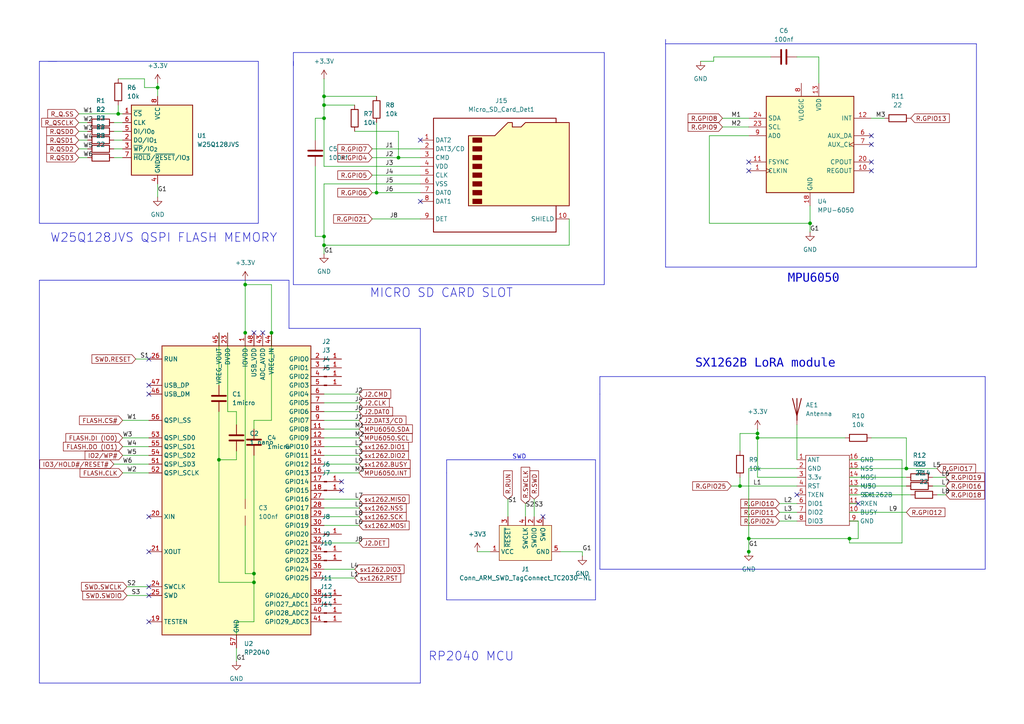
<source format=kicad_sch>
(kicad_sch (version 20250114) (generator "eeschema") (generator_version "9.0")
  (paper "A4")
  (lib_symbols
    (symbol "Connector:Conn_01x01_Pin" (pin_names (offset 1.016) (hide yes))
      (property "Reference" "J" (at 0 2.54 0))
      (property "Value" "Conn_01x01_Pin" (at 0 -2.54 0))
      (symbol "Conn_01x01_Pin_1_1"
        (rectangle (start 0.8636 0.127) (end 0 -0.127) (stroke (width 0.1524)) (fill (type outline)))
        (polyline (pts (xy 1.27 0) (xy 0.8636 0)) (stroke (width 0.1524)))
        (pin passive line (at 5.08 0 180) (length 3.81) (name "Pin_1") (number "1"))
      )
    )
    (symbol "Connector:Conn_ARM_SWD_TagConnect_TC2030-NL" (in_bom no)
      (property "Reference" "J" (at 2.54 11.43 0))
      (property "Value" "Conn_ARM_SWD_TagConnect_TC2030-NL" (at 2.54 8.89 0))
      (symbol "Conn_ARM_SWD_TagConnect_TC2030-NL_0_0"
        (pin power_in line (at -2.54 10.16 270) (length 2.54) (name "VCC") (number "1"))
        (pin power_in line (at -2.54 -10.16 90) (length 2.54) (name "GND") (number "5"))
        (pin open_collector line (at 7.62 5.08 180) (length 2.54) (name "~{RESET}") (number "3"))
        (pin output line (at 7.62 0 180) (length 2.54) (name "SWCLK") (number "4"))
        (pin bidirectional line (at 7.62 -2.54 180) (length 2.54) (name "SWDIO") (number "2"))
        (pin input line (at 7.62 -5.08 180) (length 2.54) (name "SWO") (number "6"))
      )
      (symbol "Conn_ARM_SWD_TagConnect_TC2030-NL_0_1"
        (rectangle (start -5.08 7.62) (end 5.08 -7.62) (fill (type background)))
      )
    )
    (symbol "Connector:Micro_SD_Card_Det1"
      (property "Reference" "J" (at -16.51 17.78 0))
      (property "Value" "Micro_SD_Card_Det1" (at 16.51 17.78 0))
      (symbol "Micro_SD_Card_Det1_0_1"
        (polyline (pts (xy -8.89 -8.89) (xy -8.89 11.43) (xy -1.27 11.43) (xy 2.54 15.24) (xy 3.81 15.24) (xy 3.81 13.97) (xy 6.35 13.97) (xy 7.62 15.24) (xy 20.32 15.24) (xy 20.32 -8.89) (xy -8.89 -8.89)) (stroke (width 0.254)) (fill (type background)))
        (rectangle (start -7.62 10.795) (end -5.08 9.525) (stroke (width 0.254)) (fill (type outline)))
        (rectangle (start -7.62 8.255) (end -5.08 6.985) (stroke (width 0.254)) (fill (type outline)))
        (rectangle (start -7.62 5.715) (end -5.08 4.445) (stroke (width 0.254)) (fill (type outline)))
        (rectangle (start -7.62 3.175) (end -5.08 1.905) (stroke (width 0.254)) (fill (type outline)))
        (rectangle (start -7.62 0.635) (end -5.08 -0.635) (stroke (width 0.254)) (fill (type outline)))
        (rectangle (start -7.62 -1.905) (end -5.08 -3.175) (stroke (width 0.254)) (fill (type outline)))
        (rectangle (start -7.62 -4.445) (end -5.08 -5.715) (stroke (width 0.254)) (fill (type outline)))
        (rectangle (start -7.62 -6.985) (end -5.08 -8.255) (stroke (width 0.254)) (fill (type outline)))
        (polyline (pts (xy 16.51 15.24) (xy 16.51 16.51) (xy -19.05 16.51) (xy -19.05 -16.51) (xy 16.51 -16.51) (xy 16.51 -8.89)) (stroke (width 0.254)))
      )
      (symbol "Micro_SD_Card_Det1_1_1"
        (pin bidirectional line (at -22.86 10.16 0) (length 3.81) (name "DAT2") (number "1"))
        (pin bidirectional line (at -22.86 7.62 0) (length 3.81) (name "DAT3/CD") (number "2"))
        (pin input line (at -22.86 5.08 0) (length 3.81) (name "CMD") (number "3"))
        (pin power_in line (at -22.86 2.54 0) (length 3.81) (name "VDD") (number "4"))
        (pin input line (at -22.86 0 0) (length 3.81) (name "CLK") (number "5"))
        (pin power_in line (at -22.86 -2.54 0) (length 3.81) (name "VSS") (number "6"))
        (pin bidirectional line (at -22.86 -5.08 0) (length 3.81) (name "DAT0") (number "7"))
        (pin bidirectional line (at -22.86 -7.62 0) (length 3.81) (name "DAT1") (number "8"))
        (pin passive line (at -22.86 -12.7 0) (length 3.81) (name "DET") (number "9"))
        (pin passive line (at 20.32 -12.7 180) (length 3.81) (name "SHIELD") (number "10"))
      )
    )
    (symbol "Device:Antenna" (pin_numbers (hide yes)) (pin_names (offset 1.016) (hide yes))
      (property "Reference" "AE" (at -1.905 1.905 0))
      (property "Value" "Antenna" (at -1.905 0 0))
      (symbol "Antenna_0_1"
        (polyline (pts (xy 0 2.54) (xy 0 -3.81)) (stroke (width 0.254)))
        (polyline (pts (xy 1.27 2.54) (xy 0 -2.54) (xy -1.27 2.54)) (stroke (width 0.254)))
      )
      (symbol "Antenna_1_1"
        (pin input line (at 0 -5.08 90) (length 2.54) (name "A") (number "1"))
      )
    )
    (symbol "Device:C" (pin_numbers (hide yes)) (pin_names (offset 0.254))
      (property "Reference" "C" (at 0.635 2.54 0))
      (property "Value" "C" (at 0.635 -2.54 0))
      (symbol "C_0_1"
        (polyline (pts (xy -2.032 0.762) (xy 2.032 0.762)) (stroke (width 0.508)))
        (polyline (pts (xy -2.032 -0.762) (xy 2.032 -0.762)) (stroke (width 0.508)))
      )
      (symbol "C_1_1"
        (pin passive line (at 0 3.81 270) (length 2.794) (name "~") (number "1"))
        (pin passive line (at 0 -3.81 90) (length 2.794) (name "~") (number "2"))
      )
    )
    (symbol "Device:R" (pin_numbers (hide yes)) (pin_names (offset 0))
      (property "Reference" "R" (at 2.032 0 90))
      (property "Value" "R" (at 0 0 90))
      (symbol "R_0_1"
        (rectangle (start -1.016 -2.54) (end 1.016 2.54) (stroke (width 0.254)))
      )
      (symbol "R_1_1"
        (pin passive line (at 0 3.81 270) (length 1.27) (name "~") (number "1"))
        (pin passive line (at 0 -3.81 90) (length 1.27) (name "~") (number "2"))
      )
    )
    (symbol "MCU_RaspberryPi:RP2040"
      (property "Reference" "U" (at 17.78 45.72 0))
      (property "Value" "RP2040" (at 17.78 43.18 0))
      (symbol "RP2040_0_1"
        (rectangle (start -21.59 41.91) (end 21.59 -41.91) (stroke (width 0.254)) (fill (type background)))
      )
      (symbol "RP2040_1_1"
        (pin input line (at -25.4 38.1 0) (length 3.81) (name "RUN") (number "26"))
        (pin bidirectional line (at -25.4 30.48 0) (length 3.81) (name "USB_DP") (number "47"))
        (pin bidirectional line (at -25.4 27.94 0) (length 3.81) (name "USB_DM") (number "46"))
        (pin bidirectional line (at -25.4 20.32 0) (length 3.81) (name "QSPI_SS") (number "56"))
        (pin bidirectional line (at -25.4 15.24 0) (length 3.81) (name "QSPI_SD0") (number "53"))
        (pin bidirectional line (at -25.4 12.7 0) (length 3.81) (name "QSPI_SD1") (number "55"))
        (pin bidirectional line (at -25.4 10.16 0) (length 3.81) (name "QSPI_SD2") (number "54"))
        (pin bidirectional line (at -25.4 7.62 0) (length 3.81) (name "QSPI_SD3") (number "51"))
        (pin output line (at -25.4 5.08 0) (length 3.81) (name "QSPI_SCLK") (number "52"))
        (pin input line (at -25.4 -7.62 0) (length 3.81) (name "XIN") (number "20"))
        (pin passive line (at -25.4 -17.78 0) (length 3.81) (name "XOUT") (number "21"))
        (pin input line (at -25.4 -27.94 0) (length 3.81) (name "SWCLK") (number "24"))
        (pin bidirectional line (at -25.4 -30.48 0) (length 3.81) (name "SWD") (number "25"))
        (pin input line (at -25.4 -38.1 0) (length 3.81) (name "TESTEN") (number "19"))
        (pin power_out line (at -5.08 45.72 270) (length 3.81) (name "VREG_VOUT") (number "45"))
        (pin power_in line (at -2.54 45.72 270) (length 3.81) (name "DVDD") (number "23"))
        (pin passive line (at -2.54 45.72 270) (length 3.81) (hide yes) (name "DVDD") (number "50"))
        (pin power_in line (at 0 -45.72 90) (length 3.81) (name "GND") (number "57"))
        (pin power_in line (at 2.54 45.72 270) (length 3.81) (name "IOVDD") (number "1"))
        (pin passive line (at 2.54 45.72 270) (length 3.81) (hide yes) (name "IOVDD") (number "10"))
        (pin passive line (at 2.54 45.72 270) (length 3.81) (hide yes) (name "IOVDD") (number "22"))
        (pin passive line (at 2.54 45.72 270) (length 3.81) (hide yes) (name "IOVDD") (number "33"))
        (pin passive line (at 2.54 45.72 270) (length 3.81) (hide yes) (name "IOVDD") (number "42"))
        (pin passive line (at 2.54 45.72 270) (length 3.81) (hide yes) (name "IOVDD") (number "49"))
        (pin power_in line (at 5.08 45.72 270) (length 3.81) (name "USB_VDD") (number "48"))
        (pin power_in line (at 7.62 45.72 270) (length 3.81) (name "ADC_AVDD") (number "43"))
        (pin power_in line (at 10.16 45.72 270) (length 3.81) (name "VREG_IN") (number "44"))
        (pin bidirectional line (at 25.4 38.1 180) (length 3.81) (name "GPIO0") (number "2"))
        (pin bidirectional line (at 25.4 35.56 180) (length 3.81) (name "GPIO1") (number "3"))
        (pin bidirectional line (at 25.4 33.02 180) (length 3.81) (name "GPIO2") (number "4"))
        (pin bidirectional line (at 25.4 30.48 180) (length 3.81) (name "GPIO3") (number "5"))
        (pin bidirectional line (at 25.4 27.94 180) (length 3.81) (name "GPIO4") (number "6"))
        (pin bidirectional line (at 25.4 25.4 180) (length 3.81) (name "GPIO5") (number "7"))
        (pin bidirectional line (at 25.4 22.86 180) (length 3.81) (name "GPIO6") (number "8"))
        (pin bidirectional line (at 25.4 20.32 180) (length 3.81) (name "GPIO7") (number "9"))
        (pin bidirectional line (at 25.4 17.78 180) (length 3.81) (name "GPIO8") (number "11"))
        (pin bidirectional line (at 25.4 15.24 180) (length 3.81) (name "GPIO9") (number "12"))
        (pin bidirectional line (at 25.4 12.7 180) (length 3.81) (name "GPIO10") (number "13"))
        (pin bidirectional line (at 25.4 10.16 180) (length 3.81) (name "GPIO11") (number "14"))
        (pin bidirectional line (at 25.4 7.62 180) (length 3.81) (name "GPIO12") (number "15"))
        (pin bidirectional line (at 25.4 5.08 180) (length 3.81) (name "GPIO13") (number "16"))
        (pin bidirectional line (at 25.4 2.54 180) (length 3.81) (name "GPIO14") (number "17"))
        (pin bidirectional line (at 25.4 0 180) (length 3.81) (name "GPIO15") (number "18"))
        (pin bidirectional line (at 25.4 -2.54 180) (length 3.81) (name "GPIO16") (number "27"))
        (pin bidirectional line (at 25.4 -5.08 180) (length 3.81) (name "GPIO17") (number "28"))
        (pin bidirectional line (at 25.4 -7.62 180) (length 3.81) (name "GPIO18") (number "29"))
        (pin bidirectional line (at 25.4 -10.16 180) (length 3.81) (name "GPIO19") (number "30"))
        (pin bidirectional line (at 25.4 -12.7 180) (length 3.81) (name "GPIO20") (number "31"))
        (pin bidirectional line (at 25.4 -15.24 180) (length 3.81) (name "GPIO21") (number "32"))
        (pin bidirectional line (at 25.4 -17.78 180) (length 3.81) (name "GPIO22") (number "34"))
        (pin bidirectional line (at 25.4 -20.32 180) (length 3.81) (name "GPIO23") (number "35"))
        (pin bidirectional line (at 25.4 -22.86 180) (length 3.81) (name "GPIO24") (number "36"))
        (pin bidirectional line (at 25.4 -25.4 180) (length 3.81) (name "GPIO25") (number "37"))
        (pin bidirectional line (at 25.4 -30.48 180) (length 3.81) (name "GPIO26_ADC0") (number "38"))
        (pin bidirectional line (at 25.4 -33.02 180) (length 3.81) (name "GPIO27_ADC1") (number "39"))
        (pin bidirectional line (at 25.4 -35.56 180) (length 3.81) (name "GPIO28_ADC2") (number "40"))
        (pin bidirectional line (at 25.4 -38.1 180) (length 3.81) (name "GPIO29_ADC3") (number "41"))
      )
    )
    (symbol "Memory_Flash:W25Q128JVS"
      (property "Reference" "U" (at -6.35 11.43 0))
      (property "Value" "W25Q128JVS" (at 7.62 11.43 0))
      (symbol "W25Q128JVS_0_1"
        (rectangle (start -7.62 10.16) (end 10.16 -10.16) (stroke (width 0.254)) (fill (type background)))
      )
      (symbol "W25Q128JVS_1_1"
        (pin input line (at -10.16 7.62 0) (length 2.54) (name "~{CS}") (number "1"))
        (pin input line (at -10.16 5.08 0) (length 2.54) (name "CLK") (number "6"))
        (pin bidirectional line (at -10.16 2.54 0) (length 2.54) (name "DI/IO_{0}") (number "5"))
        (pin bidirectional line (at -10.16 0 0) (length 2.54) (name "DO/IO_{1}") (number "2"))
        (pin bidirectional line (at -10.16 -2.54 0) (length 2.54) (name "~{WP}/IO_{2}") (number "3"))
        (pin bidirectional line (at -10.16 -5.08 0) (length 2.54) (name "~{HOLD}/~{RESET}/IO_{3}") (number "7"))
        (pin power_in line (at 0 12.7 270) (length 2.54) (name "VCC") (number "8"))
        (pin power_in line (at 0 -12.7 90) (length 2.54) (name "GND") (number "4"))
      )
    )
    (symbol "Sensor_Motion:MPU-6050"
      (property "Reference" "U" (at -11.43 13.97 0))
      (property "Value" "MPU-6050" (at 7.62 -15.24 0))
      (symbol "MPU-6050_0_1"
        (rectangle (start -12.7 13.97) (end 12.7 -13.97) (stroke (width 0.254)) (fill (type background)))
      )
      (symbol "MPU-6050_1_1"
        (pin bidirectional line (at -17.78 7.62 0) (length 5.08) (name "SDA") (number "24"))
        (pin input line (at -17.78 5.08 0) (length 5.08) (name "SCL") (number "23"))
        (pin input line (at -17.78 2.54 0) (length 5.08) (name "AD0") (number "9"))
        (pin input line (at -17.78 -5.08 0) (length 5.08) (name "FSYNC") (number "11"))
        (pin input clock (at -17.78 -7.62 0) (length 5.08) (name "CLKIN") (number "1"))
        (pin no_connect line (at -12.7 12.7 0) (length 2.54) (hide yes) (name "NC") (number "2"))
        (pin no_connect line (at -12.7 10.16 0) (length 2.54) (hide yes) (name "NC") (number "3"))
        (pin no_connect line (at -12.7 0 0) (length 2.54) (hide yes) (name "NC") (number "4"))
        (pin no_connect line (at -12.7 -2.54 0) (length 2.54) (hide yes) (name "NC") (number "5"))
        (pin no_connect line (at -12.7 -10.16 0) (length 2.54) (hide yes) (name "NC") (number "14"))
        (pin power_in line (at -2.54 17.78 270) (length 3.81) (name "VLOGIC") (number "8"))
        (pin power_in line (at 0 -17.78 90) (length 3.81) (name "GND") (number "18"))
        (pin power_in line (at 2.54 17.78 270) (length 3.81) (name "VDD") (number "13"))
        (pin no_connect line (at 12.7 12.7 180) (length 2.54) (hide yes) (name "NC") (number "15"))
        (pin no_connect line (at 12.7 10.16 180) (length 2.54) (hide yes) (name "NC") (number "16"))
        (pin no_connect line (at 12.7 5.08 180) (length 2.54) (hide yes) (name "NC") (number "17"))
        (pin no_connect line (at 12.7 -2.54 180) (length 2.54) (hide yes) (name "RESV") (number "21"))
        (pin no_connect line (at 12.7 -10.16 180) (length 2.54) (hide yes) (name "RESV") (number "19"))
        (pin no_connect line (at 12.7 -12.7 180) (length 2.54) (hide yes) (name "RESV") (number "22"))
        (pin output line (at 17.78 7.62 180) (length 5.08) (name "INT") (number "12"))
        (pin bidirectional line (at 17.78 2.54 180) (length 5.08) (name "AUX_DA") (number "6"))
        (pin output clock (at 17.78 0 180) (length 5.08) (name "AUX_CL") (number "7"))
        (pin passive line (at 17.78 -5.08 180) (length 5.08) (name "CPOUT") (number "20"))
        (pin passive line (at 17.78 -7.62 180) (length 5.08) (name "REGOUT") (number "10"))
      )
    )
    (symbol "power:+3.3V" (power) (pin_numbers (hide yes)) (pin_names (offset 0) (hide yes))
      (property "Value" "+3.3V" (at 0 3.556 0))
      (symbol "+3.3V_0_1"
        (polyline (pts (xy -0.762 1.27) (xy 0 2.54)))
        (polyline (pts (xy 0 2.54) (xy 0.762 1.27)))
        (polyline (pts (xy 0 0) (xy 0 2.54)))
      )
      (symbol "+3.3V_1_1"
        (pin power_in line (at 0 0 90) (length 0) (name "~") (number "1"))
      )
    )
    (symbol "power:+3V3" (power) (pin_numbers (hide yes)) (pin_names (offset 0) (hide yes))
      (property "Value" "+3V3" (at 0 3.556 0))
      (symbol "+3V3_0_1"
        (polyline (pts (xy -0.762 1.27) (xy 0 2.54)))
        (polyline (pts (xy 0 2.54) (xy 0.762 1.27)))
        (polyline (pts (xy 0 0) (xy 0 2.54)))
      )
      (symbol "+3V3_1_1"
        (pin power_in line (at 0 0 90) (length 0) (name "~") (number "1"))
      )
    )
    (symbol "power:GND" (power) (pin_numbers (hide yes)) (pin_names (offset 0) (hide yes))
      (property "Value" "GND" (at 0 -3.81 0))
      (symbol "GND_0_1"
        (polyline (pts (xy 0 0) (xy 0 -1.27) (xy 1.27 -1.27) (xy 0 -2.54) (xy -1.27 -1.27) (xy 0 -1.27)))
      )
      (symbol "GND_1_1"
        (pin power_in line (at 0 0 270) (length 0) (name "~") (number "1"))
      )
    )
    (symbol "sx1262B:SX1262B"
      (property "Reference" "U" (at 0 0 0))
      (property "Value" "SX1262B" (at 0 0 0))
      (symbol "SX1262B_1_1"
        (rectangle (start 0 0) (end 12.7 -20.32))
        (pin output line (at -2.54 -1.27 0) (length 2.54) (name "ANT") (number "1"))
        (pin bidirectional line (at -2.54 -3.81 0) (length 2.54) (name "GND") (number "2"))
        (pin power_in line (at -2.54 -6.35 0) (length 2.54) (name "3.3v") (number "3"))
        (pin input line (at -2.54 -8.89 0) (length 2.54) (name "RST") (number "4"))
        (pin input line (at -2.54 -11.43 0) (length 2.54) (name "TXEN") (number "5"))
        (pin bidirectional line (at -2.54 -13.97 0) (length 2.54) (name "DIO1") (number "6"))
        (pin bidirectional line (at -2.54 -16.51 0) (length 2.54) (name "DIO2") (number "7"))
        (pin bidirectional line (at -2.54 -19.05 0) (length 2.54) (name "DIO3") (number "8"))
        (pin bidirectional line (at 12.7 -1.27 0) (length 2.54) (name "GND") (number "16"))
        (pin input line (at 12.7 -3.81 0) (length 2.54) (name "NSS") (number "15"))
        (pin input line (at 12.7 -6.35 0) (length 2.54) (name "MOSI") (number "14"))
        (pin output line (at 12.7 -8.89 0) (length 2.54) (name "MISO") (number "13"))
        (pin input line (at 12.7 -11.43 0) (length 2.54) (name "SCK") (number "12"))
        (pin input line (at 12.7 -13.97 0) (length 2.54) (name "RXEN") (number "11"))
        (pin output line (at 12.7 -16.51 0) (length 2.54) (name "BUSY") (number "10"))
        (pin bidirectional line (at 12.7 -19.05 0) (length 2.54) (name "GND") (number "9"))
      )
    )
  )
  (text "MICRO SD CARD SLOT" (at 128.016 85.09 0) (effects (font (size 2.54 2.54))))
  (text "W25Q128JVS QSPI FLASH MEMORY\n" (at 47.498 69.088 0) (effects (font (size 2.54 2.54))))
  (text "SWD" (at 150.622 132.588 0) (effects (font (size 1.27 1.27))))
  (text "SX1262B LoRA module" (at 221.996 106.172 0) (effects (font (size 2.54 2.54))))
  (text "RP2040 MCU" (at 136.652 190.5 0) (effects (font (size 2.54 2.54))))
  (text "MPU6050\n" (at 235.966 81.534 0) (effects (font (size 2.54 2.54))))
  (junction (at 217.17 156.21))
  (junction (at 45.72 25.4))
  (junction (at 93.98 71.12))
  (junction (at 93.98 30.48))
  (junction (at 73.66 166.37))
  (junction (at 219.71 127))
  (junction (at 34.29 33.02))
  (junction (at 219.71 125.73))
  (junction (at 93.98 34.29))
  (junction (at 214.63 140.97))
  (junction (at 93.98 27.94))
  (junction (at 71.12 82.55))
  (junction (at 73.66 168.91))
  (junction (at 217.17 160.02))
  (junction (at 93.98 68.58))
  (junction (at 262.89 135.89))
  (junction (at 63.5 133.35))
  (junction (at 71.12 96.52))
  (junction (at 78.74 96.52))
  (junction (at 115.57 45.72))
  (junction (at 109.22 55.88))
  (junction (at 246.38 156.21))
  (junction (at 234.95 64.77))
  (no_connect (at 76.2 96.52))
  (no_connect (at 43.18 160.02))
  (no_connect (at 43.18 111.76))
  (no_connect (at 157.48 149.86))
  (no_connect (at 252.73 46.99))
  (no_connect (at 231.14 143.51))
  (no_connect (at 252.73 39.37))
  (no_connect (at 217.17 49.53))
  (no_connect (at 121.92 40.64))
  (no_connect (at 43.18 104.14))
  (no_connect (at 252.73 41.91))
  (no_connect (at 252.73 49.53))
  (no_connect (at 73.66 96.52))
  (no_connect (at 43.18 172.72))
  (no_connect (at 43.18 114.3))
  (no_connect (at 99.06 142.24))
  (no_connect (at 43.18 180.34))
  (no_connect (at 121.92 58.42))
  (no_connect (at 217.17 46.99))
  (no_connect (at 43.18 149.86))
  (no_connect (at 43.18 170.18))
  (no_connect (at 99.06 139.7))
  (no_connect (at 248.92 146.05))
  (wire (pts (xy 217.17 135.89) (xy 217.17 156.21)))
  (wire (pts (xy 205.74 64.77) (xy 234.95 64.77)))
  (wire (pts (xy 22.86 35.56) (xy 25.4 35.56)))
  (wire (pts (xy 63.5 168.91) (xy 73.66 168.91)))
  (wire (pts (xy 71.12 166.37) (xy 73.66 166.37)))
  (polyline (pts (xy 172.72 173.99) (xy 172.72 133.35)))
  (wire (pts (xy 214.63 140.97) (xy 231.14 140.97)))
  (wire (pts (xy 93.98 124.46) (xy 104.14 124.46)))
  (wire (pts (xy 63.5 119.38) (xy 63.5 133.35)))
  (wire (pts (xy 45.72 25.4) (xy 45.72 27.94)))
  (wire (pts (xy 45.72 24.13) (xy 45.72 25.4)))
  (wire (pts (xy 33.02 38.1) (xy 35.56 38.1)))
  (polyline (pts (xy 83.82 95.25) (xy 121.92 95.25)))
  (wire (pts (xy 34.29 33.02) (xy 35.56 33.02)))
  (wire (pts (xy 71.12 81.28) (xy 71.12 82.55)))
  (wire (pts (xy 71.12 152.4) (xy 71.12 166.37)))
  (wire (pts (xy 93.98 157.48) (xy 104.14 157.48)))
  (wire (pts (xy 107.95 45.72) (xy 115.57 45.72)))
  (wire (pts (xy 246.38 140.97) (xy 262.89 140.97)))
  (wire (pts (xy 41.91 22.86) (xy 41.91 25.4)))
  (wire (pts (xy 93.98 27.94) (xy 109.22 27.94)))
  (wire (pts (xy 162.56 160.02) (xy 168.91 160.02)))
  (wire (pts (xy 261.62 157.48) (xy 246.38 157.48)))
  (wire (pts (xy 73.66 121.92) (xy 73.66 124.46)))
  (wire (pts (xy 71.12 96.52) (xy 71.12 144.78)))
  (wire (pts (xy 219.71 124.46) (xy 219.71 125.73)))
  (polyline (pts (xy 85.09 82.55) (xy 175.26 82.55)))
  (wire (pts (xy 262.89 135.89) (xy 262.89 127)))
  (wire (pts (xy 226.06 148.59) (xy 231.14 148.59)))
  (wire (pts (xy 214.63 125.73) (xy 219.71 125.73)))
  (wire (pts (xy 33.02 43.18) (xy 35.56 43.18)))
  (wire (pts (xy 252.73 127) (xy 262.89 127)))
  (wire (pts (xy 234.95 64.77) (xy 234.95 67.31)))
  (polyline (pts (xy 11.43 17.78) (xy 16.51 17.78)))
  (wire (pts (xy 45.72 53.34) (xy 45.72 57.15)))
  (wire (pts (xy 252.73 34.29) (xy 256.54 34.29)))
  (wire (pts (xy 207.01 17.78) (xy 203.2 17.78)))
  (wire (pts (xy 93.98 144.78) (xy 104.14 144.78)))
  (wire (pts (xy 231.14 123.19) (xy 231.14 133.35)))
  (wire (pts (xy 214.63 138.43) (xy 214.63 140.97)))
  (wire (pts (xy 66.04 119.38) (xy 68.58 119.38)))
  (wire (pts (xy 93.98 149.86) (xy 104.14 149.86)))
  (polyline (pts (xy 173.99 109.22) (xy 173.99 114.3)))
  (wire (pts (xy 93.98 119.38) (xy 104.14 119.38)))
  (wire (pts (xy 73.66 121.92) (xy 78.74 121.92)))
  (wire (pts (xy 246.38 151.13) (xy 248.92 151.13)))
  (wire (pts (xy 219.71 125.73) (xy 219.71 127)))
  (wire (pts (xy 22.86 38.1) (xy 25.4 38.1)))
  (wire (pts (xy 93.98 165.1) (xy 102.87 165.1)))
  (wire (pts (xy 34.29 30.48) (xy 34.29 33.02)))
  (wire (pts (xy 107.95 55.88) (xy 109.22 55.88)))
  (wire (pts (xy 138.43 160.02) (xy 142.24 160.02)))
  (polyline (pts (xy 11.43 81.28) (xy 13.97 81.28)))
  (wire (pts (xy 214.63 130.81) (xy 214.63 125.73)))
  (polyline (pts (xy 13.97 17.78) (xy 74.93 17.78)))
  (polyline (pts (xy 193.04 11.43) (xy 193.04 12.7)))
  (polyline (pts (xy 175.26 15.24) (xy 85.09 15.24)))
  (wire (pts (xy 107.95 43.18) (xy 121.92 43.18)))
  (wire (pts (xy 93.98 53.34) (xy 93.98 68.58)))
  (wire (pts (xy 35.56 129.54) (xy 43.18 129.54)))
  (wire (pts (xy 246.38 133.35) (xy 261.62 133.35)))
  (wire (pts (xy 115.57 45.72) (xy 121.92 45.72)))
  (polyline (pts (xy 173.99 114.3) (xy 173.99 165.1)))
  (wire (pts (xy 66.04 96.52) (xy 66.04 119.38)))
  (wire (pts (xy 93.98 132.08) (xy 104.14 132.08)))
  (wire (pts (xy 93.98 152.4) (xy 104.14 152.4)))
  (wire (pts (xy 39.37 104.14) (xy 43.18 104.14)))
  (wire (pts (xy 33.02 35.56) (xy 35.56 35.56)))
  (wire (pts (xy 33.02 45.72) (xy 35.56 45.72)))
  (wire (pts (xy 93.98 22.86) (xy 93.98 27.94)))
  (wire (pts (xy 73.66 168.91) (xy 73.66 180.34)))
  (wire (pts (xy 246.38 138.43) (xy 262.89 138.43)))
  (polyline (pts (xy 193.04 12.7) (xy 193.04 77.47)))
  (wire (pts (xy 248.92 151.13) (xy 248.92 156.21)))
  (wire (pts (xy 271.78 143.51) (xy 274.32 143.51)))
  (wire (pts (xy 93.98 34.29) (xy 93.98 48.26)))
  (wire (pts (xy 63.5 96.52) (xy 63.5 111.76)))
  (wire (pts (xy 121.92 53.34) (xy 93.98 53.34)))
  (wire (pts (xy 22.86 45.72) (xy 25.4 45.72)))
  (wire (pts (xy 22.86 43.18) (xy 25.4 43.18)))
  (wire (pts (xy 262.89 135.89) (xy 271.78 135.89)))
  (wire (pts (xy 35.56 132.08) (xy 43.18 132.08)))
  (wire (pts (xy 68.58 119.38) (xy 68.58 123.19)))
  (wire (pts (xy 121.92 48.26) (xy 93.98 48.26)))
  (wire (pts (xy 41.91 25.4) (xy 45.72 25.4)))
  (polyline (pts (xy 85.09 15.24) (xy 85.09 19.05)))
  (wire (pts (xy 109.22 35.56) (xy 109.22 55.88)))
  (wire (pts (xy 246.38 156.21) (xy 248.92 156.21)))
  (wire (pts (xy 219.71 138.43) (xy 231.14 138.43)))
  (wire (pts (xy 165.1 63.5) (xy 165.1 71.12)))
  (wire (pts (xy 33.02 40.64) (xy 35.56 40.64)))
  (wire (pts (xy 78.74 82.55) (xy 71.12 82.55)))
  (wire (pts (xy 91.44 34.29) (xy 91.44 40.64)))
  (polyline (pts (xy 285.75 165.1) (xy 285.75 109.22)))
  (polyline (pts (xy 172.72 133.35) (xy 129.54 133.35)))
  (polyline (pts (xy 13.97 81.28) (xy 83.82 81.28)))
  (wire (pts (xy 68.58 187.96) (xy 68.58 191.77)))
  (wire (pts (xy 209.55 34.29) (xy 217.17 34.29)))
  (wire (pts (xy 36.83 170.18) (xy 43.18 170.18)))
  (wire (pts (xy 93.98 30.48) (xy 102.87 30.48)))
  (wire (pts (xy 246.38 143.51) (xy 264.16 143.51)))
  (polyline (pts (xy 11.43 198.12) (xy 11.43 81.28)))
  (wire (pts (xy 93.98 121.92) (xy 104.14 121.92)))
  (polyline (pts (xy 74.93 64.77) (xy 11.43 64.77)))
  (wire (pts (xy 93.98 127) (xy 104.14 127)))
  (polyline (pts (xy 129.54 137.16) (xy 129.54 173.99)))
  (wire (pts (xy 71.12 82.55) (xy 71.12 96.52)))
  (wire (pts (xy 22.86 33.02) (xy 34.29 33.02)))
  (wire (pts (xy 217.17 160.02) (xy 217.17 161.29)))
  (wire (pts (xy 93.98 129.54) (xy 104.14 129.54)))
  (wire (pts (xy 107.95 63.5) (xy 121.92 63.5)))
  (wire (pts (xy 93.98 30.48) (xy 93.98 34.29)))
  (wire (pts (xy 93.98 27.94) (xy 93.98 30.48)))
  (wire (pts (xy 115.57 45.72) (xy 115.57 38.1)))
  (wire (pts (xy 93.98 71.12) (xy 93.98 73.66)))
  (wire (pts (xy 34.29 22.86) (xy 41.91 22.86)))
  (wire (pts (xy 152.4 146.05) (xy 152.4 149.86)))
  (wire (pts (xy 270.51 140.97) (xy 274.32 140.97)))
  (wire (pts (xy 147.32 144.78) (xy 147.32 149.86)))
  (wire (pts (xy 33.02 134.62) (xy 43.18 134.62)))
  (wire (pts (xy 246.38 146.05) (xy 248.92 146.05)))
  (wire (pts (xy 226.06 146.05) (xy 231.14 146.05)))
  (wire (pts (xy 154.94 144.78) (xy 154.94 149.86)))
  (wire (pts (xy 261.62 133.35) (xy 261.62 157.48)))
  (wire (pts (xy 73.66 180.34) (xy 68.58 180.34)))
  (wire (pts (xy 68.58 133.35) (xy 63.5 133.35)))
  (wire (pts (xy 165.1 71.12) (xy 93.98 71.12)))
  (wire (pts (xy 168.91 160.02) (xy 168.91 161.29)))
  (polyline (pts (xy 283.21 12.7) (xy 193.04 12.7)))
  (polyline (pts (xy 173.99 165.1) (xy 285.75 165.1)))
  (wire (pts (xy 91.44 48.26) (xy 91.44 68.58)))
  (polyline (pts (xy 121.92 198.12) (xy 11.43 198.12)))
  (wire (pts (xy 270.51 138.43) (xy 274.32 138.43)))
  (polyline (pts (xy 175.26 82.55) (xy 175.26 15.24)))
  (wire (pts (xy 22.86 40.64) (xy 25.4 40.64)))
  (wire (pts (xy 246.38 156.21) (xy 246.38 157.48)))
  (wire (pts (xy 35.56 137.16) (xy 43.18 137.16)))
  (wire (pts (xy 35.56 127) (xy 43.18 127)))
  (wire (pts (xy 209.55 36.83) (xy 217.17 36.83)))
  (wire (pts (xy 237.49 24.13) (xy 237.49 16.51)))
  (polyline (pts (xy 74.93 17.78) (xy 74.93 64.77)))
  (wire (pts (xy 93.98 116.84) (xy 104.14 116.84)))
  (wire (pts (xy 63.5 133.35) (xy 63.5 168.91)))
  (wire (pts (xy 226.06 151.13) (xy 231.14 151.13)))
  (wire (pts (xy 78.74 96.52) (xy 78.74 121.92)))
  (polyline (pts (xy 83.82 81.28) (xy 83.82 95.25)))
  (wire (pts (xy 78.74 82.55) (xy 78.74 96.52)))
  (wire (pts (xy 212.09 140.97) (xy 214.63 140.97)))
  (polyline (pts (xy 11.43 64.77) (xy 11.43 17.78)))
  (wire (pts (xy 217.17 156.21) (xy 246.38 156.21)))
  (polyline (pts (xy 285.75 109.22) (xy 173.99 109.22)))
  (polyline (pts (xy 129.54 173.99) (xy 172.72 173.99)))
  (polyline (pts (xy 129.54 133.35) (xy 129.54 137.16)))
  (wire (pts (xy 93.98 114.3) (xy 104.14 114.3)))
  (wire (pts (xy 93.98 134.62) (xy 104.14 134.62)))
  (polyline (pts (xy 121.92 95.25) (xy 121.92 198.12)))
  (wire (pts (xy 231.14 16.51) (xy 237.49 16.51)))
  (wire (pts (xy 231.14 135.89) (xy 217.17 135.89)))
  (wire (pts (xy 219.71 127) (xy 219.71 138.43)))
  (wire (pts (xy 109.22 55.88) (xy 121.92 55.88)))
  (wire (pts (xy 115.57 38.1) (xy 102.87 38.1)))
  (wire (pts (xy 217.17 39.37) (xy 205.74 39.37)))
  (wire (pts (xy 107.95 50.8) (xy 121.92 50.8)))
  (wire (pts (xy 68.58 130.81) (xy 68.58 133.35)))
  (polyline (pts (xy 283.21 77.47) (xy 283.21 12.7)))
  (wire (pts (xy 93.98 137.16) (xy 104.14 137.16)))
  (wire (pts (xy 207.01 16.51) (xy 207.01 17.78)))
  (wire (pts (xy 91.44 68.58) (xy 93.98 68.58)))
  (wire (pts (xy 35.56 121.92) (xy 43.18 121.92)))
  (wire (pts (xy 246.38 135.89) (xy 262.89 135.89)))
  (wire (pts (xy 219.71 127) (xy 245.11 127)))
  (wire (pts (xy 73.66 166.37) (xy 73.66 168.91)))
  (wire (pts (xy 68.58 180.34) (xy 68.58 184.15)))
  (wire (pts (xy 93.98 167.64) (xy 102.87 167.64)))
  (wire (pts (xy 205.74 39.37) (xy 205.74 64.77)))
  (wire (pts (xy 73.66 132.08) (xy 73.66 166.37)))
  (wire (pts (xy 93.98 68.58) (xy 93.98 71.12)))
  (wire (pts (xy 223.52 16.51) (xy 207.01 16.51)))
  (polyline (pts (xy 85.09 17.78) (xy 85.09 82.55)))
  (wire (pts (xy 234.95 59.69) (xy 234.95 64.77)))
  (polyline (pts (xy 193.04 77.47) (xy 283.21 77.47)))
  (wire (pts (xy 93.98 34.29) (xy 91.44 34.29)))
  (wire (pts (xy 217.17 156.21) (xy 217.17 160.02)))
  (wire (pts (xy 36.83 172.72) (xy 43.18 172.72)))
  (wire (pts (xy 246.38 148.59) (xy 262.89 148.59)))
  (wire (pts (xy 93.98 147.32) (xy 104.14 147.32)))
  (label "L5" (at 102.87 147.32 0))
  (label "G1" (at 217.17 158.75 0))
  (label "J6" (at 111.76 55.88 0))
  (label "L2" (at 102.87 129.54 0))
  (label "G1" (at 68.58 191.77 0))
  (label "M1" (at 212.09 34.29 0))
  (label "W3" (at 24.13 38.1 0))
  (label "S1" (at 40.64 104.14 0))
  (label "J8" (at 113.03 63.5 0))
  (label "L4" (at 101.6 165.1 0))
  (label "W5" (at 36.83 132.08 0))
  (label "W6" (at 24.13 45.72 0))
  (label "W1" (at 24.13 33.02 0))
  (label "S2" (at 152.4 147.32 0))
  (label "W1" (at 36.83 121.92 0))
  (label "M1" (at 102.87 124.46 0))
  (label "L7" (at 102.87 144.78 0))
  (label "L6" (at 102.87 152.4 0))
  (label "W6" (at 35.56 134.62 0))
  (label "W2" (at 24.13 35.56 0))
  (label "L1" (at 218.44 140.97 0))
  (label "L1" (at 101.6 167.64 0))
  (label "G1" (at 45.72 55.88 0))
  (label "J4" (at 111.76 50.8 0))
  (label "M3" (at 102.87 137.16 0))
  (label "J2" (at 111.76 45.72 0))
  (label "L4" (at 227.33 151.13 0))
  (label "G1" (at 168.91 160.02 0))
  (label "J2" (at 102.87 114.3 0))
  (label "J1" (at 102.87 121.92 0))
  (label "S1" (at 147.32 146.05 0))
  (label "S3" (at 38.1 172.72 0))
  (label "W4" (at 24.13 40.64 0))
  (label "L3" (at 227.33 148.59 0))
  (label "J1" (at 111.76 43.18 0))
  (label "M3" (at 254 34.29 0))
  (label "L2" (at 227.33 146.05 0))
  (label "L6" (at 273.05 138.43 0))
  (label "J3" (at 111.76 48.26 0))
  (label "J5" (at 111.76 53.34 0))
  (label "M2" (at 102.87 127 0))
  (label "W5" (at 24.13 43.18 0))
  (label "W4" (at 36.83 129.54 0))
  (label "M2" (at 212.09 36.83 0))
  (label "L5" (at 270.51 135.89 0))
  (label "S2" (at 36.83 170.18 0))
  (label "L8" (at 102.87 149.86 0))
  (label "W2" (at 36.83 137.16 0))
  (label "L8" (at 273.05 143.51 0))
  (label "W3" (at 35.56 127 0))
  (label "L3" (at 102.87 132.08 0))
  (label "G1" (at 93.98 73.66 0))
  (label "J6" (at 102.87 119.38 0))
  (label "L9" (at 102.87 134.62 0))
  (label "S3" (at 154.94 147.32 0))
  (label "L7" (at 273.05 140.97 0))
  (label "J8" (at 102.87 157.48 0))
  (label "G1" (at 234.95 67.31 0))
  (label "L9" (at 257.81 148.59 0))
  (label "J4" (at 102.87 116.84 0))
  (global_label "R.GPIO16" (shape input) (at 274.32 140.97 0) (property "Intersheetrefs" "${INTERSHEET_REFS}" (effects (hide yes))))
  (global_label "R.GPIO11" (shape input) (at 226.06 148.59 180) (property "Intersheetrefs" "${INTERSHEET_REFS}" (effects (hide yes))))
  (global_label "sx1262.MOSI" (shape input) (at 104.14 152.4 0) (property "Intersheetrefs" "${INTERSHEET_REFS}" (effects (hide yes))))
  (global_label "J2.CLK" (shape input) (at 104.14 116.84 0) (property "Intersheetrefs" "${INTERSHEET_REFS}" (effects (hide yes))))
  (global_label "MPU6050.INT" (shape input) (at 104.14 137.16 0) (property "Intersheetrefs" "${INTERSHEET_REFS}" (effects (hide yes))))
  (global_label "R.QSD1" (shape input) (at 22.86 40.64 180) (property "Intersheetrefs" "${INTERSHEET_REFS}" (effects (hide yes))))
  (global_label "sx1262.RST" (shape input) (at 102.87 167.64 0) (property "Intersheetrefs" "${INTERSHEET_REFS}" (effects (hide yes))))
  (global_label "R.GPIO12" (shape input) (at 262.89 148.59 0) (property "Intersheetrefs" "${INTERSHEET_REFS}" (effects (hide yes))))
  (global_label "R.QSD0" (shape input) (at 22.86 38.1 180) (property "Intersheetrefs" "${INTERSHEET_REFS}" (effects (hide yes))))
  (global_label "FLASH.DI (IO0)" (shape input) (at 35.56 127 180) (property "Intersheetrefs" "${INTERSHEET_REFS}" (effects (hide yes))))
  (global_label "sx1262.DIO2" (shape input) (at 104.14 132.08 0) (property "Intersheetrefs" "${INTERSHEET_REFS}" (effects (hide yes))))
  (global_label "MPU6050.SDA" (shape input) (at 104.14 124.46 0) (property "Intersheetrefs" "${INTERSHEET_REFS}" (effects (hide yes))))
  (global_label "R.RUN" (shape input) (at 147.32 144.78 90) (property "Intersheetrefs" "${INTERSHEET_REFS}" (effects (hide yes))))
  (global_label "IO3{slash}HOLD#{slash}RESET#" (shape input) (at 33.02 134.62 180) (property "Intersheetrefs" "${INTERSHEET_REFS}" (effects (hide yes))))
  (global_label "FLASH.CS#" (shape input) (at 35.56 121.92 180) (property "Intersheetrefs" "${INTERSHEET_REFS}" (effects (hide yes))))
  (global_label "sx1262.MISO" (shape input) (at 104.14 144.78 0) (property "Intersheetrefs" "${INTERSHEET_REFS}" (effects (hide yes))))
  (global_label "J2.DAT3{slash}CD" (shape input) (at 104.14 121.92 0) (property "Intersheetrefs" "${INTERSHEET_REFS}" (effects (hide yes))))
  (global_label "R.GPIO7" (shape input) (at 107.95 43.18 180) (property "Intersheetrefs" "${INTERSHEET_REFS}" (effects (hide yes))))
  (global_label "R.GPIO4" (shape input) (at 107.95 45.72 180) (property "Intersheetrefs" "${INTERSHEET_REFS}" (effects (hide yes))))
  (global_label "sx1262.SCK" (shape input) (at 104.14 149.86 0) (property "Intersheetrefs" "${INTERSHEET_REFS}" (effects (hide yes))))
  (global_label "MPU6050.SCL" (shape input) (at 104.14 127 0) (property "Intersheetrefs" "${INTERSHEET_REFS}" (effects (hide yes))))
  (global_label "R.SWCLK" (shape input) (at 152.4 146.05 90) (property "Intersheetrefs" "${INTERSHEET_REFS}" (effects (hide yes))))
  (global_label "R_Q.SS" (shape input) (at 22.86 33.02 180) (property "Intersheetrefs" "${INTERSHEET_REFS}" (effects (hide yes))))
  (global_label "R.SWD" (shape input) (at 154.94 144.78 90) (property "Intersheetrefs" "${INTERSHEET_REFS}" (effects (hide yes))))
  (global_label "R.GPIO13" (shape input) (at 264.16 34.29 0) (property "Intersheetrefs" "${INTERSHEET_REFS}" (effects (hide yes))))
  (global_label "R.QSD2" (shape input) (at 22.86 43.18 180) (property "Intersheetrefs" "${INTERSHEET_REFS}" (effects (hide yes))))
  (global_label "R.GPIO8" (shape input) (at 209.55 34.29 180) (property "Intersheetrefs" "${INTERSHEET_REFS}" (effects (hide yes))))
  (global_label "R.GPIO19" (shape input) (at 274.32 138.43 0) (property "Intersheetrefs" "${INTERSHEET_REFS}" (effects (hide yes))))
  (global_label "J2.DAT0" (shape input) (at 104.14 119.38 0) (property "Intersheetrefs" "${INTERSHEET_REFS}" (effects (hide yes))))
  (global_label "R.GPIO25" (shape input) (at 212.09 140.97 180) (property "Intersheetrefs" "${INTERSHEET_REFS}" (effects (hide yes))))
  (global_label "SWD.SWCLK" (shape input) (at 36.83 170.18 180) (property "Intersheetrefs" "${INTERSHEET_REFS}" (effects (hide yes))))
  (global_label "R.GPIO5" (shape input) (at 107.95 50.8 180) (property "Intersheetrefs" "${INTERSHEET_REFS}" (effects (hide yes))))
  (global_label "R.GPIO10" (shape input) (at 226.06 146.05 180) (property "Intersheetrefs" "${INTERSHEET_REFS}" (effects (hide yes))))
  (global_label "R.QSD3" (shape input) (at 22.86 45.72 180) (property "Intersheetrefs" "${INTERSHEET_REFS}" (effects (hide yes))))
  (global_label "FLASH.CLK" (shape input) (at 35.56 137.16 180) (property "Intersheetrefs" "${INTERSHEET_REFS}" (effects (hide yes))))
  (global_label "SWD.RESET" (shape input) (at 39.37 104.14 180) (property "Intersheetrefs" "${INTERSHEET_REFS}" (effects (hide yes))))
  (global_label "R.GPIO24" (shape input) (at 226.06 151.13 180) (property "Intersheetrefs" "${INTERSHEET_REFS}" (effects (hide yes))))
  (global_label "R.GPIO9" (shape input) (at 209.55 36.83 180) (property "Intersheetrefs" "${INTERSHEET_REFS}" (effects (hide yes))))
  (global_label "sx1262.BUSY" (shape input) (at 104.14 134.62 0) (property "Intersheetrefs" "${INTERSHEET_REFS}" (effects (hide yes))))
  (global_label "R.GPIO18" (shape input) (at 274.32 143.51 0) (property "Intersheetrefs" "${INTERSHEET_REFS}" (effects (hide yes))))
  (global_label "J2.CMD" (shape input) (at 104.14 114.3 0) (property "Intersheetrefs" "${INTERSHEET_REFS}" (effects (hide yes))))
  (global_label "IO2{slash}WP#" (shape input) (at 35.56 132.08 180) (property "Intersheetrefs" "${INTERSHEET_REFS}" (effects (hide yes))))
  (global_label "J2.DET" (shape input) (at 104.14 157.48 0) (property "Intersheetrefs" "${INTERSHEET_REFS}" (effects (hide yes))))
  (global_label "R.GPIO17" (shape input) (at 271.78 135.89 0) (property "Intersheetrefs" "${INTERSHEET_REFS}" (effects (hide yes))))
  (global_label "SWD.SWDIO" (shape input) (at 36.83 172.72 180) (property "Intersheetrefs" "${INTERSHEET_REFS}" (effects (hide yes))))
  (global_label "sx1262.DIO3" (shape input) (at 102.87 165.1 0) (property "Intersheetrefs" "${INTERSHEET_REFS}" (effects (hide yes))))
  (global_label "FLASH.DO (IO1)" (shape input) (at 35.56 129.54 180) (property "Intersheetrefs" "${INTERSHEET_REFS}" (effects (hide yes))))
  (global_label "R_QSCLK" (shape input) (at 22.86 35.56 180) (property "Intersheetrefs" "${INTERSHEET_REFS}" (effects (hide yes))))
  (global_label "sx1262.DIO1" (shape input) (at 104.14 129.54 0) (property "Intersheetrefs" "${INTERSHEET_REFS}" (effects (hide yes))))
  (global_label "R.GPIO21" (shape input) (at 107.95 63.5 180) (property "Intersheetrefs" "${INTERSHEET_REFS}" (effects (hide yes))))
  (global_label "R.GPIO6" (shape input) (at 107.95 55.88 180) (property "Intersheetrefs" "${INTERSHEET_REFS}" (effects (hide yes))))
  (global_label "sx1262.NSS" (shape input) (at 104.14 147.32 0) (property "Intersheetrefs" "${INTERSHEET_REFS}" (effects (hide yes))))
  (symbol (lib_id "Connector:Conn_01x01_Pin") (at 93.98 160.02 0) (unit 1)
    (property "Reference" "J9" (at 94.615 154.94 0))
    (property "Value" "Conn_01x01_Pin" (effects (hide yes)))
    (property "Description" "Generic connector, single row, 01x01, script generated" (effects (hide yes)))
  )
  (symbol (lib_id "MCU_RaspberryPi:RP2040") (at 68.58 142.24 0) (unit 1)
    (property "Reference" "U2" (at 70.7233 186.69 0) (effects (justify left)))
    (property "Value" "RP2040" (at 70.7233 189.23 0) (effects (justify left)))
    (property "Footprint" "Package_DFN_QFN:QFN-56-1EP_7x7mm_P0.4mm_EP3.2x3.2mm" (effects (hide yes)))
    (property "Datasheet" "https://datasheets.raspberrypi.com/rp2040/rp2040-datasheet.pdf" (effects (hide yes)))
    (property "Description" "A microcontroller by Raspberry Pi" (effects (hide yes)))
  )
  (symbol (lib_id "power:+3.3V") (at 219.71 124.46 0) (unit 1)
    (property "Reference" "#PWR0101" (effects (hide yes)))
    (property "Value" "+3.3V" (at 219.71 119.38 0))
    (property "Description" "Power symbol creates a global label with name \"+3.3V\"" (effects (hide yes)))
  )
  (symbol (lib_id "power:GND") (at 45.72 57.15 0) (unit 1)
    (property "Reference" "#PWR0105" (effects (hide yes)))
    (property "Value" "GND" (at 45.72 62.23 0))
    (property "Description" "Power symbol creates a global label with name \"GND\" , ground" (effects (hide yes)))
  )
  (symbol (lib_id "power:+3V3") (at 138.43 160.02 0) (unit 1)
    (property "Reference" "#PWR01" (effects (hide yes)))
    (property "Value" "+3V3" (at 138.43 154.94 0))
    (property "Description" "Power symbol creates a global label with name \"+3V3\"" (effects (hide yes)))
  )
  (symbol (lib_id "power:GND") (at 203.2 17.78 0) (unit 1)
    (property "Reference" "#PWR03" (effects (hide yes)))
    (property "Value" "GND" (at 203.2 22.86 0))
    (property "Description" "Power symbol creates a global label with name \"GND\" , ground" (effects (hide yes)))
  )
  (symbol (lib_id "sx1262B:SX1262B") (at 233.68 132.08 0) (unit 1)
    (property "Reference" "U3" (at 250.19 140.9699 0) (effects (justify left)))
    (property "Value" "SX1262B" (at 250.19 143.5099 0) (effects (justify left)))
    (property "Footprint" "sx1262b:SX1262B" (effects (hide yes)))
    (property "Datasheet" "kicad-embed://ISC_SX1262_LORA_V0.1-1.pdf" (effects (hide yes)))
  )
  (symbol (lib_id "Connector:Conn_01x01_Pin") (at 93.98 172.72 0) (unit 1)
    (property "Reference" "J11" (at 94.615 167.64 0))
    (property "Value" "Conn_01x01_Pin" (effects (hide yes)))
    (property "Description" "Generic connector, single row, 01x01, script generated" (effects (hide yes)))
  )
  (symbol (lib_id "Device:R") (at 29.21 38.1 270) (unit 1)
    (property "Reference" "R2" (at 29.21 31.75 90))
    (property "Value" "22" (at 29.21 34.29 90))
    (property "Footprint" "Resistor_SMD:R_0805_2012Metric_Pad1.20x1.40mm_HandSolder" (effects (hide yes)))
    (property "Description" "Resistor" (effects (hide yes)))
  )
  (symbol (lib_id "Device:R") (at 248.92 127 90) (unit 1)
    (property "Reference" "R10" (at 248.92 120.65 90))
    (property "Value" "10k" (at 248.92 123.19 90))
    (property "Footprint" "Resistor_SMD:R_0805_2012Metric_Pad1.20x1.40mm_HandSolder" (effects (hide yes)))
    (property "Description" "Resistor" (effects (hide yes)))
  )
  (symbol (lib_id "power:+3.3V") (at 93.98 22.86 0) (unit 1)
    (property "Reference" "#PWR0108" (effects (hide yes)))
    (property "Value" "+3.3V" (at 93.98 17.78 0))
    (property "Description" "Power symbol creates a global label with name \"+3.3V\"" (effects (hide yes)))
  )
  (symbol (lib_id "power:GND") (at 234.95 67.31 0) (unit 1)
    (property "Reference" "#PWR0102" (effects (hide yes)))
    (property "Value" "GND" (at 234.95 72.39 0))
    (property "Description" "Power symbol creates a global label with name \"GND\" , ground" (effects (hide yes)))
  )
  (symbol (lib_id "Device:Antenna") (at 231.14 118.11 0) (unit 1)
    (property "Reference" "AE1" (at 233.68 117.4749 0) (effects (justify left)))
    (property "Value" "Antenna" (at 233.68 120.0149 0) (effects (justify left)))
    (property "Description" "Antenna" (effects (hide yes)))
  )
  (symbol (lib_id "Device:R") (at 267.97 143.51 90) (unit 1)
    (property "Reference" "R14" (at 267.97 137.16 90))
    (property "Value" "22" (at 267.97 139.7 90))
    (property "Footprint" "Resistor_SMD:R_0805_2012Metric_Pad1.20x1.40mm_HandSolder" (effects (hide yes)))
    (property "Description" "Resistor" (effects (hide yes)))
  )
  (symbol (lib_id "Device:R") (at 29.21 43.18 90) (unit 1)
    (property "Reference" "R4" (at 29.21 36.83 90))
    (property "Value" "22" (at 29.21 39.37 90))
    (property "Footprint" "Resistor_SMD:R_0805_2012Metric_Pad1.20x1.40mm_HandSolder" (effects (hide yes)))
    (property "Description" "Resistor" (effects (hide yes)))
  )
  (symbol (lib_id "Device:C") (at 91.44 44.45 0) (unit 1)
    (property "Reference" "C5" (at 95.25 43.1799 0) (effects (justify left)))
    (property "Value" "100nf" (at 95.25 45.7199 0) (effects (justify left)))
    (property "Footprint" "Capacitor_SMD:C_0805_2012Metric_Pad1.18x1.45mm_HandSolder" (effects (hide yes)))
    (property "Description" "Unpolarized capacitor" (effects (hide yes)))
  )
  (symbol (lib_id "power:+3.3V") (at 71.12 81.28 0) (unit 1)
    (property "Reference" "#PWR0106" (effects (hide yes)))
    (property "Value" "+3.3V" (at 71.12 76.2 0))
    (property "Description" "Power symbol creates a global label with name \"+3.3V\"" (effects (hide yes)))
  )
  (symbol (lib_id "Connector:Conn_01x01_Pin") (at 93.98 162.56 0) (unit 1)
    (property "Reference" "J10" (at 94.615 157.48 0))
    (property "Value" "Conn_01x01_Pin" (effects (hide yes)))
    (property "Description" "Generic connector, single row, 01x01, script generated" (effects (hide yes)))
  )
  (symbol (lib_id "Device:R") (at 260.35 34.29 90) (unit 1)
    (property "Reference" "R11" (at 260.35 27.94 90))
    (property "Value" "22" (at 260.35 30.48 90))
    (property "Footprint" "Capacitor_SMD:C_0805_2012Metric_Pad1.18x1.45mm_HandSolder" (effects (hide yes)))
    (property "Description" "Resistor" (effects (hide yes)))
  )
  (symbol (lib_id "Connector:Conn_01x01_Pin") (at 93.98 106.68 0) (unit 1)
    (property "Reference" "J3" (at 94.615 101.6 0))
    (property "Value" "Conn_01x01_Pin" (effects (hide yes)))
    (property "Description" "Generic connector, single row, 01x01, script generated" (effects (hide yes)))
  )
  (symbol (lib_id "Device:R") (at 29.21 45.72 90) (unit 1)
    (property "Reference" "R5" (at 29.21 39.37 90))
    (property "Value" "22" (at 29.21 41.91 90))
    (property "Footprint" "Resistor_SMD:R_0805_2012Metric_Pad1.20x1.40mm_HandSolder" (effects (hide yes)))
    (property "Description" "Resistor" (effects (hide yes)))
  )
  (symbol (lib_id "Device:R") (at 102.87 34.29 0) (unit 1)
    (property "Reference" "R7" (at 105.41 33.0199 0) (effects (justify left)))
    (property "Value" "10k" (at 105.41 35.5599 0) (effects (justify left)))
    (property "Footprint" "Capacitor_SMD:C_0805_2012Metric_Pad1.18x1.45mm_HandSolder" (effects (hide yes)))
    (property "Description" "Resistor" (effects (hide yes)))
  )
  (symbol (lib_id "Connector:Conn_01x01_Pin") (at 93.98 109.22 0) (unit 1)
    (property "Reference" "J4" (at 94.615 104.14 0))
    (property "Value" "Conn_01x01_Pin" (effects (hide yes)))
    (property "Description" "Generic connector, single row, 01x01, script generated" (effects (hide yes)))
  )
  (symbol (lib_id "power:GND") (at 68.58 191.77 0) (unit 1)
    (property "Reference" "#PWR0110" (effects (hide yes)))
    (property "Value" "GND" (at 68.58 196.85 0))
    (property "Description" "Power symbol creates a global label with name \"GND\" , ground" (effects (hide yes)))
  )
  (symbol (lib_id "Connector:Conn_01x01_Pin") (at 93.98 142.24 0) (unit 1)
    (property "Reference" "J7" (at 94.615 137.16 0))
    (property "Value" "Conn_01x01_Pin" (effects (hide yes)))
    (property "Description" "Generic connector, single row, 01x01, script generated" (effects (hide yes)))
  )
  (symbol (lib_id "Connector:Conn_01x01_Pin") (at 93.98 104.14 0) (unit 1)
    (property "Reference" "J2" (at 94.615 99.06 0))
    (property "Value" "Conn_01x01_Pin" (effects (hide yes)))
    (property "Description" "Generic connector, single row, 01x01, script generated" (effects (hide yes)))
  )
  (symbol (lib_id "Device:C") (at 63.5 115.57 0) (unit 1)
    (property "Reference" "C1" (at 67.31 114.2999 0) (effects (justify left)))
    (property "Value" "1micro" (at 67.31 116.8399 0) (effects (justify left)))
    (property "Footprint" "Capacitor_SMD:C_0805_2012Metric_Pad1.18x1.45mm_HandSolder" (effects (hide yes)))
    (property "Description" "Unpolarized capacitor" (effects (hide yes)))
  )
  (symbol (lib_id "Device:C") (at 68.58 127 0) (unit 1)
    (property "Reference" "C2" (at 72.39 125.7299 0) (effects (justify left)))
    (property "Value" "1 nano" (at 72.39 128.2699 0) (effects (justify left)))
    (property "Footprint" "Capacitor_SMD:C_0805_2012Metric_Pad1.18x1.45mm_HandSolder" (effects (hide yes)))
    (property "Description" "Unpolarized capacitor" (effects (hide yes)))
  )
  (symbol (lib_id "Connector:Conn_01x01_Pin") (at 93.98 175.26 0) (unit 1)
    (property "Reference" "J12" (at 94.615 170.18 0))
    (property "Value" "Conn_01x01_Pin" (effects (hide yes)))
    (property "Description" "Generic connector, single row, 01x01, script generated" (effects (hide yes)))
  )
  (symbol (lib_id "Device:R") (at 214.63 134.62 0) (unit 1)
    (property "Reference" "R9" (at 217.17 133.3499 0) (effects (justify left)))
    (property "Value" "10k" (at 217.17 135.8899 0) (effects (justify left)))
    (property "Footprint" "Resistor_SMD:R_0805_2012Metric_Pad1.20x1.40mm_HandSolder" (effects (hide yes)))
    (property "Description" "Resistor" (effects (hide yes)))
  )
  (symbol (lib_id "power:GND") (at 93.98 73.66 0) (unit 1)
    (property "Reference" "#PWR0109" (effects (hide yes)))
    (property "Value" "GND" (at 93.98 78.74 0))
    (property "Description" "Power symbol creates a global label with name \"GND\" , ground" (effects (hide yes)))
  )
  (symbol (lib_id "Device:R") (at 34.29 26.67 0) (unit 1)
    (property "Reference" "R6" (at 36.83 25.3999 0) (effects (justify left)))
    (property "Value" "10k" (at 36.83 27.9399 0) (effects (justify left)))
    (property "Footprint" "Resistor_SMD:R_0805_2012Metric_Pad1.20x1.40mm_HandSolder" (effects (hide yes)))
    (property "Description" "Resistor" (effects (hide yes)))
  )
  (symbol (lib_id "Connector:Conn_01x01_Pin") (at 93.98 139.7 0) (unit 1)
    (property "Reference" "J6" (at 94.615 134.62 0))
    (property "Value" "Conn_01x01_Pin" (effects (hide yes)))
    (property "Description" "Generic connector, single row, 01x01, script generated" (effects (hide yes)))
  )
  (symbol (lib_id "Device:C") (at 71.12 148.59 0) (unit 1)
    (property "Reference" "C3" (at 74.93 147.3199 0) (effects (justify left)))
    (property "Value" "100nf" (at 74.93 149.8599 0) (effects (justify left)))
    (property "Footprint" "Capacitor_SMD:C_0805_2012Metric_Pad1.18x1.45mm_HandSolder" (effects (hide yes)))
    (property "Description" "Unpolarized capacitor" (effects (hide yes)))
  )
  (symbol (lib_id "Connector:Micro_SD_Card_Det1") (at 144.78 50.8 0) (unit 1)
    (property "Reference" "J15" (at 145.415 29.21 0))
    (property "Value" "Micro_SD_Card_Det1" (at 145.415 31.75 0))
    (property "Footprint" "Connector_Card:microSD_HC_Hirose_DM3AT-SF-PEJM5" (effects (hide yes)))
    (property "Datasheet" "https://datasheet.lcsc.com/lcsc/2110151630_XKB-Connectivity-XKTF-015-N_C381082.pdf" (effects (hide yes)))
    (property "Description" "Micro SD Card Socket with one card detection pin" (effects (hide yes)))
  )
  (symbol (lib_id "Device:R") (at 266.7 138.43 90) (unit 1)
    (property "Reference" "R12" (at 266.7 132.08 90))
    (property "Value" "22" (at 266.7 134.62 90))
    (property "Footprint" "Resistor_SMD:R_0805_2012Metric_Pad1.20x1.40mm_HandSolder" (effects (hide yes)))
    (property "Description" "Resistor" (effects (hide yes)))
  )
  (symbol (lib_id "power:GND") (at 168.91 161.29 0) (unit 1)
    (property "Reference" "#PWR02" (effects (hide yes)))
    (property "Value" "GND" (at 168.91 166.37 0))
    (property "Description" "Power symbol creates a global label with name \"GND\" , ground" (effects (hide yes)))
  )
  (symbol (lib_id "Device:C") (at 73.66 128.27 0) (unit 1)
    (property "Reference" "C4" (at 77.47 126.9999 0) (effects (justify left)))
    (property "Value" "1micro" (at 77.47 129.5399 0) (effects (justify left)))
    (property "Footprint" "Capacitor_SMD:C_0805_2012Metric_Pad1.18x1.45mm_HandSolder" (effects (hide yes)))
    (property "Description" "Unpolarized capacitor" (effects (hide yes)))
  )
  (symbol (lib_id "Sensor_Motion:MPU-6050") (at 234.95 41.91 0) (unit 1)
    (property "Reference" "U4" (at 237.0933 58.42 0) (effects (justify left)))
    (property "Value" "MPU-6050" (at 237.0933 60.96 0) (effects (justify left)))
    (property "Footprint" "Sensor_Motion:InvenSense_QFN-24_4x4mm_P0.5mm" (effects (hide yes)))
    (property "Datasheet" "https://invensense.tdk.com/wp-content/uploads/2015/02/MPU-6000-Datasheet1.pdf" (effects (hide yes)))
    (property "Description" "InvenSense 6-Axis Motion Sensor, Gyroscope, Accelerometer, I2C" (effects (hide yes)))
  )
  (symbol (lib_id "Connector:Conn_01x01_Pin") (at 93.98 180.34 0) (unit 1)
    (property "Reference" "J14" (at 94.615 175.26 0))
    (property "Value" "Conn_01x01_Pin" (effects (hide yes)))
    (property "Description" "Generic connector, single row, 01x01, script generated" (effects (hide yes)))
  )
  (symbol (lib_id "power:+3.3V") (at 45.72 24.13 0) (unit 1)
    (property "Reference" "#PWR0107" (effects (hide yes)))
    (property "Value" "+3.3V" (at 45.72 19.05 0))
    (property "Description" "Power symbol creates a global label with name \"+3.3V\"" (effects (hide yes)))
  )
  (symbol (lib_id "Connector:Conn_01x01_Pin") (at 93.98 154.94 0) (unit 1)
    (property "Reference" "J8" (at 94.615 149.86 0))
    (property "Value" "Conn_01x01_Pin" (effects (hide yes)))
    (property "Description" "Generic connector, single row, 01x01, script generated" (effects (hide yes)))
  )
  (symbol (lib_id "Device:R") (at 109.22 31.75 0) (unit 1)
    (property "Reference" "R8" (at 111.76 30.4799 0) (effects (justify left)))
    (property "Value" "10k" (at 111.76 33.0199 0) (effects (justify left)))
    (property "Footprint" "Capacitor_SMD:C_0805_2012Metric_Pad1.18x1.45mm_HandSolder" (effects (hide yes)))
    (property "Description" "Resistor" (effects (hide yes)))
  )
  (symbol (lib_id "Device:R") (at 29.21 40.64 270) (unit 1)
    (property "Reference" "R3" (at 29.21 34.29 90))
    (property "Value" "22" (at 29.21 36.83 90))
    (property "Footprint" "Resistor_SMD:R_0805_2012Metric_Pad1.20x1.40mm_HandSolder" (effects (hide yes)))
    (property "Description" "Resistor" (effects (hide yes)))
  )
  (symbol (lib_id "Device:R") (at 266.7 140.97 90) (unit 1)
    (property "Reference" "R13" (at 266.7 134.62 90))
    (property "Value" "22" (at 266.7 137.16 90))
    (property "Footprint" "Resistor_SMD:R_0805_2012Metric_Pad1.20x1.40mm_HandSolder" (effects (hide yes)))
    (property "Description" "Resistor" (effects (hide yes)))
  )
  (symbol (lib_id "Connector:Conn_ARM_SWD_TagConnect_TC2030-NL") (at 152.4 157.48 90) (unit 1) (in_bom no)
    (property "Reference" "J1" (at 152.4 165.1 90))
    (property "Value" "Conn_ARM_SWD_TagConnect_TC2030-NL" (at 152.4 167.64 90))
    (property "Footprint" "Connector:Tag-Connect_TC2030-IDC-NL_2x03_P1.27mm_Vertical" (effects (hide yes)))
    (property "Datasheet" "https://www.tag-connect.com/wp-content/uploads/bsk-pdf-manager/TC2030-CTX_1.pdf" (effects (hide yes)))
    (property "Description" "Tag-Connect ARM Cortex SWD JTAG connector, 6 pin, no legs" (effects (hide yes)))
  )
  (symbol (lib_id "Memory_Flash:W25Q128JVS") (at 45.72 40.64 0) (unit 1)
    (property "Reference" "U1" (at 57.15 39.3699 0) (effects (justify left)))
    (property "Value" "W25Q128JVS" (at 57.15 41.9099 0) (effects (justify left)))
    (property "Footprint" "Package_SO:SOIC-8_5.3x5.3mm_P1.27mm" (effects (hide yes)))
    (property "Datasheet" "https://www.winbond.com/resource-files/w25q128jv_dtr%20revc%2003272018%20plus.pdf" (effects (hide yes)))
    (property "Description" "128Mbit / 16MiB Serial Flash Memory, Standard/Dual/Quad SPI, 2.7-3.6V, SOIC-8" (effects (hide yes)))
  )
  (symbol (lib_id "Device:C") (at 227.33 16.51 90) (unit 1)
    (property "Reference" "C6" (at 227.33 8.89 90))
    (property "Value" "100nf" (at 227.33 11.43 90))
    (property "Footprint" "Capacitor_SMD:C_0805_2012Metric_Pad1.18x1.45mm_HandSolder" (effects (hide yes)))
    (property "Description" "Unpolarized capacitor" (effects (hide yes)))
  )
  (symbol (lib_id "Connector:Conn_01x01_Pin") (at 93.98 111.76 0) (unit 1)
    (property "Reference" "J5" (at 94.615 106.68 0))
    (property "Value" "Conn_01x01_Pin" (effects (hide yes)))
    (property "Description" "Generic connector, single row, 01x01, script generated" (effects (hide yes)))
  )
  (symbol (lib_id "power:GND") (at 217.17 160.02 0) (unit 1)
    (property "Reference" "#PWR0104" (effects (hide yes)))
    (property "Value" "GND" (at 217.17 165.1 0))
    (property "Description" "Power symbol creates a global label with name \"GND\" , ground" (effects (hide yes)))
  )
  (symbol (lib_id "Connector:Conn_01x01_Pin") (at 93.98 177.8 0) (unit 1)
    (property "Reference" "J13" (at 94.615 172.72 0))
    (property "Value" "Conn_01x01_Pin" (effects (hide yes)))
    (property "Description" "Generic connector, single row, 01x01, script generated" (effects (hide yes)))
  )
  (symbol (lib_id "Device:R") (at 29.21 35.56 90) (unit 1)
    (property "Reference" "R1" (at 29.21 29.21 90))
    (property "Value" "22" (at 29.21 31.75 90))
    (property "Footprint" "Resistor_SMD:R_0805_2012Metric_Pad1.20x1.40mm_HandSolder" (effects (hide yes)))
    (property "Description" "Resistor" (effects (hide yes)))
  )
)
</source>
